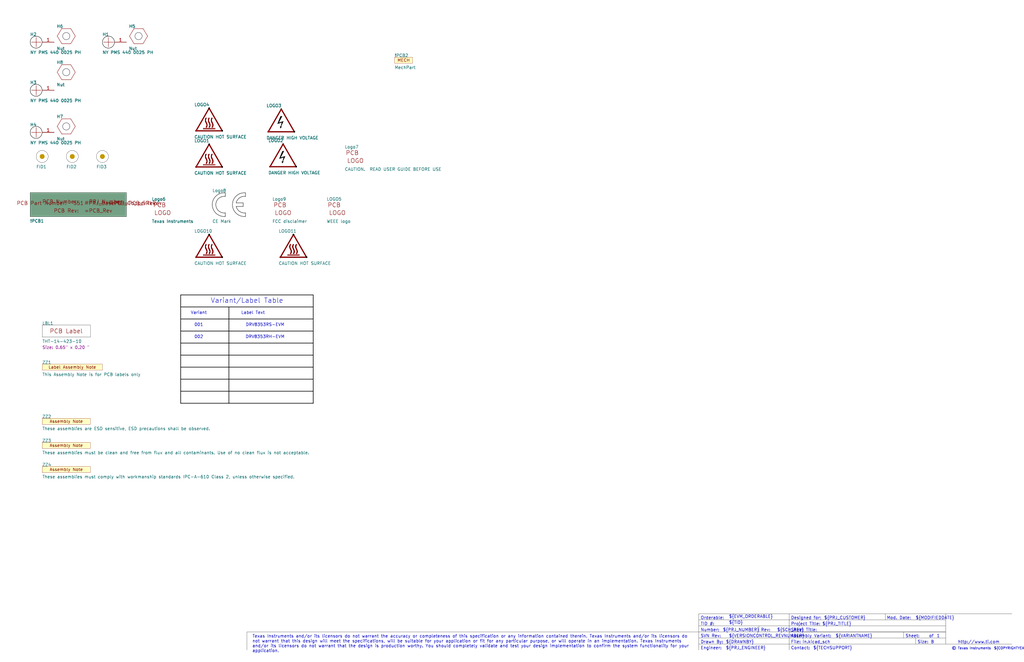
<source format=kicad_sch>
(kicad_sch (version 20250114) (generator "eeschema") (generator_version "9.0")
  (paper "User" 431.8 279.4)
  (title_block (date "Not shown in title block") (rev "Use project parameter SCH_Rev") (company "Not shown in title block"))
  (lib_symbols
    (symbol "Altium Vault - TI:root_0_Assembly Note_Altium Vault - TI" (pin_numbers (hide yes)) (pin_names (hide yes))
      (symbol "root_0_Assembly Note_Altium Vault - TI_1_0"
        (text "Assembly Note" (at 0 0 0) (effects (font (size 1.27 1.27))))
      )
    )
    (symbol "Altium Vault - TI:root_0_AssemblyNoteLabel_Altium Vault - TI" (pin_numbers (hide yes)) (pin_names (hide yes))
      (symbol "root_0_AssemblyNoteLabel_Altium Vault - TI_1_0"
        (text "Label Assembly Note" (at 0 0 0) (effects (font (size 1.27 1.27))))
      )
    )
    (symbol "Altium Vault - TI:root_0_CMP-0003625-1_Altium Vault - TI" (pin_numbers (hide yes)) (pin_names (hide yes))
      (symbol "root_0_CMP-0003625-1_Altium Vault - TI_1_0"
        (text "PCB Label" (at 0 0 0) (effects (font (size 1.778 1.778))))
      )
    )
    (symbol "Altium Vault - TI:root_0_CMP-0074769-1_Altium Vault - TI" (pin_numbers (hide yes)) (pin_names (hide yes))
      (symbol "root_0_CMP-0074769-1_Altium Vault - TI_1_0"
        (text "PCB" (at -1.328 1.524 0) (effects (font (size 1.778 1.778))))
        (text "LOGO" (at 0 -1.778 0) (effects (font (size 1.778 1.778))))
      )
    )
    (symbol "Altium Vault - TI:root_0_CMP-0074835-1_Altium Vault - TI" (pin_numbers (hide yes)) (pin_names (hide yes)))
    (symbol "Altium Vault - TI:root_0_CMP-0074836-1_Altium Vault - TI" (pin_numbers (hide yes)) (pin_names (hide yes))
      (symbol "root_0_CMP-0074836-1_Altium Vault - TI_1_0"
        (text "PCB" (at -1.328 1.524 0) (effects (font (size 1.778 1.778))))
        (text "LOGO" (at 0 -1.778 0) (effects (font (size 1.778 1.778))))
      )
    )
    (symbol "Altium Vault - TI:root_0_CMP-0074837-1_Altium Vault - TI" (pin_numbers (hide yes)) (pin_names (hide yes)))
    (symbol "Altium Vault - TI:root_0_CMP-0074838-1_Altium Vault - TI" (pin_numbers (hide yes)) (pin_names (hide yes))
      (symbol "root_0_CMP-0074838-1_Altium Vault - TI_1_0"
        (text "PCB" (at -1.328 1.524 0) (effects (font (size 1.778 1.778))))
        (text "LOGO" (at 0 -1.778 0) (effects (font (size 1.778 1.778))))
      )
    )
    (symbol "Altium Vault - TI:root_0_CMP-0074844-1_Altium Vault - TI" (pin_numbers (hide yes)) (pin_names (hide yes)))
    (symbol "Altium Vault - TI:root_0_CMP-0074847-1_Altium Vault - TI" (pin_numbers (hide yes)) (pin_names (hide yes))
      (symbol "root_0_CMP-0074847-1_Altium Vault - TI_1_0"
        (text "PCB" (at -1.328 1.524 0) (effects (font (size 1.778 1.778))))
        (text "LOGO" (at 0 -1.778 0) (effects (font (size 1.778 1.778))))
      )
    )
    (symbol "Altium Vault - TI:root_0_CMP-0080604-2_Altium Vault - TI" (pin_numbers (hide yes)) (pin_names (hide yes))
      (symbol "root_0_CMP-0080604-2_Altium Vault - TI_1_0"
        (text "MECH" (at 0 0 0) (effects (font (size 1.27 1.27))))
      )
    )
    (symbol "Altium Vault - TI:root_0_Fiducial_Altium Vault - TI" (pin_numbers (hide yes)) (pin_names (hide yes)))
    (symbol "Altium Vault - TI:root_0_NY PMS 440 0025 PH_Altium Vault - TI" (pin_names (hide yes))
      (symbol "root_0_NY PMS 440 0025 PH_Altium Vault - TI_1_0"
        (pin passive line (at 7.62 0 180) (length 5.08) (name "1") (number "1"))
      )
    )
    (symbol "Altium Vault - TI:root_0_Nut_Altium Vault - TI" (pin_numbers (hide yes)) (pin_names (hide yes)))
    (symbol "Altium Vault - TI:root_0_PCB_Altium Vault - TI_0" (pin_numbers (hide yes)) (pin_names (hide yes))
      (symbol "root_0_PCB_Altium Vault - TI_0_1_0"
        (text "PCB Part Number:" (at -15.392 0.635 0) (effects (font (size 1.524 1.524))))
        (text "PCB Number:" (at -15.24 0.381 0) (effects (font (size 1.524 1.524)) (justify left bottom)))
        (text "PCB Rev:" (at -10.388 -3.429 0) (effects (font (size 1.524 1.524)) (justify left bottom)))
        (text "551" (at -2.21 0.635 0) (effects (font (size 1.524 1.524)) (justify left)))
        (text "=PRJ_BasePN" (at 2.388 0.635 0) (effects (font (size 1.524 1.524)) (justify left)))
        (text "=PRJ_Number" (at 2.54 0.381 0) (effects (font (size 1.524 1.524)) (justify left bottom)))
        (text "=PCB_Rev" (at 2.54 -3.429 0) (effects (font (size 1.524 1.524)) (justify left bottom)))
        (text "-" (at 11.938 0.762 0) (effects (font (size 1.524 1.524)) (justify left)))
        (text "=PCB_CopperRev" (at 12.954 0.635 0) (effects (font (size 1.524 1.524)) (justify left)))
        (text "=PCB_SilkRev" (at 19.279 0.635 0) (effects (font (size 1.524 1.524)) (justify left)))
      )
    )
    (symbol "root_0_Assembly Note_Altium Vault - TI_1" (pin_numbers (hide yes)) (pin_names (hide yes))
      (symbol "root_0_Assembly Note_Altium Vault - TI_1_1_0"
        (text "Assembly Note" (at 0 0 0) (effects (font (size 1.27 1.27))))
      )
    )
    (symbol "root_0_Assembly Note_Altium Vault - TI_2" (pin_numbers (hide yes)) (pin_names (hide yes))
      (symbol "root_0_Assembly Note_Altium Vault - TI_2_1_0"
        (text "Assembly Note" (at 0 0 0) (effects (font (size 1.27 1.27))))
      )
    )
  )
  (text "Project Title:" (at 333.502 264.16 0) (effects (font (size 1.27 1.27)) (justify left bottom)))
  (text "${FILENAME}" (at 338.328 271.78 0) (effects (font (size 1.27 1.27)) (justify left bottom)))
  (text "${TITLE}" (at 345.694 266.7 0) (effects (font (size 1.27 1.27)) (justify left bottom)))
  (text "${COPYRIGHTYEAR}" (at 419.1 274.32 0) (effects (font (size 1.016 1.016)) (justify left bottom)))
  (text "Variant/Label Table" (at 104.14 127 0) (effects (font (size 2.032 2.032))))
  (text "${TID}" (at 307.34 262.89 0) (effects (font (size 1.27 1.27)) (justify left)))
  (text "Variant" (at 83.82 132.08 0) (effects (font (size 1.27 1.27))))
  (text "Engineer:" (at 295.402 274.32 0) (effects (font (size 1.27 1.27)) (justify left bottom)))
  (text "DRV8353RS-EVM" (at 111.76 137.16 0) (effects (font (size 1.27 1.27))))
  (text "${VERSIONCONTROL_REVNUMBER}" (at 307.34 269.24 0) (effects (font (size 1.27 1.27)) (justify left bottom)))
  (text "001" (at 83.82 137.16 0) (effects (font (size 1.27 1.27))))
  (text "© Texas Instruments" (at 401.32 274.32 0) (effects (font (size 1.016 1.016)) (justify left bottom)))
  (text "DRV8353RH-EVM" (at 111.76 142.24 0) (effects (font (size 1.27 1.27))))
  (text "Rev:" (at 320.802 266.7 0) (effects (font (size 1.27 1.27)) (justify left bottom)))
  (text "Sheet:" (at 381.762 269.24 0) (effects (font (size 1.27 1.27)) (justify left bottom)))
  (text "${PRJ_ENGINEER}" (at 306.07 274.32 0) (effects (font (size 1.27 1.27)) (justify left bottom)))
  (text "Orderable:" (at 295.402 261.62 0) (effects (font (size 1.27 1.27)) (justify left bottom)))
  (text "${PRJ_TITLE}" (at 346.71 264.16 0) (effects (font (size 1.27 1.27)) (justify left bottom)))
  (text "${##}" (at 394.97 269.24 0) (effects (font (size 1.27 1.27)) (justify left bottom)))
  (text "of" (at 391.668 269.24 0) (effects (font (size 1.27 1.27)) (justify left bottom)))
  (text "Size:" (at 386.842 271.78 0) (effects (font (size 1.27 1.27)) (justify left bottom)))
  (text "002" (at 83.82 142.24 0) (effects (font (size 1.27 1.27))))
  (text "Drawn By:" (at 295.402 271.78 0) (effects (font (size 1.27 1.27)) (justify left bottom)))
  (text "Label Text" (at 106.68 132.08 0) (effects (font (size 1.27 1.27))))
  (text "${PRJ_NUMBER}" (at 304.8 266.7 0) (effects (font (size 1.27 1.27)) (justify left bottom)))
  (text "http://www.ti.com" (at 403.86 271.78 0) (effects (font (size 1.27 1.27)) (justify left bottom)))
  (text "B" (at 392.43 271.78 0) (effects (font (size 1.27 1.27)) (justify left bottom)))
  (text "Contact:" (at 333.502 274.32 0) (effects (font (size 1.27 1.27)) (justify left bottom)))
  (text "${SCH_REV}" (at 327.66 266.7 0) (effects (font (size 1.27 1.27)) (justify left bottom)))
  (text "Number:" (at 295.402 266.7 0) (effects (font (size 1.27 1.27)) (justify left bottom)))
  (text "${TECHSUPPORT}" (at 342.9 274.32 0) (effects (font (size 1.27 1.27)) (justify left bottom)))
  (text "${EVM_ORDERABLE}" (at 307.34 260.35 0) (effects (font (size 1.27 1.27)) (justify left)))
  (text "${MODIFIEDDATE}" (at 386.08 261.62 0) (effects (font (size 1.27 1.27)) (justify left bottom)))
  (text "Assembly Variant:" (at 333.502 269.24 0) (effects (font (size 1.27 1.27)) (justify left bottom)))
  (text "File:" (at 333.502 271.78 0) (effects (font (size 1.27 1.27)) (justify left bottom)))
  (text "${DRAWNBY}" (at 306.07 271.78 0) (effects (font (size 1.27 1.27)) (justify left bottom)))
  (text "${PRJ_CUSTOMER}" (at 347.472 261.62 0) (effects (font (size 1.27 1.27)) (justify left bottom)))
  (text "${#}" (at 388.62 269.24 0) (effects (font (size 1.27 1.27)) (justify left bottom)))
  (text "${VARIANTNAME}" (at 352.298 269.24 0) (effects (font (size 1.27 1.27)) (justify left bottom)))
  (text "Sheet Title:" (at 333.502 266.7 0) (effects (font (size 1.27 1.27)) (justify left bottom)))
  (text "Designed for:" (at 333.502 261.62 0) (effects (font (size 1.27 1.27)) (justify left bottom)))
  (text "SVN Rev:" (at 295.402 269.24 0) (effects (font (size 1.27 1.27)) (justify left bottom)))
  (text "Mod. Date:" (at 373.888 261.62 0) (effects (font (size 1.27 1.27)) (justify left bottom)))
  (text "TID #:" (at 295.402 264.16 0) (effects (font (size 1.27 1.27)) (justify left bottom)))
  (text_box "Texas Instruments and/or its licensors do not warrant the accuracy or completeness of this specification or any information contained therein. Texas Instruments and/or its licensors do not warrant that this design will meet the specifications, will be suitable for your application or fit for any particular purpose, or will operate in an implementation. Texas Instruments and/or its licensors do not warrant that the design is production worthy. You should completely validate and test your design implementation to confirm the system functionality for your application." (at 293.37 266.7 0) (size -187.96 7.62) (margins 0.9525 0.9525 0.9525 0.9525) (stroke (width -0.0001) (color 0 0 0 1)) (effects (font (size 1.27 1.27)) (justify left top)))
  (polyline (pts (xy 76.2 124.46) (xy 132.08 124.46)) (stroke (width 0.254) (type solid) (color 0 0 0 1)))
  (polyline (pts (xy 294.64 264.16) (xy 332.74 264.16)) (stroke (width 0.0254) (type solid) (color 0 0 0 1)))
  (polyline (pts (xy 332.74 269.24) (xy 294.64 269.24)) (stroke (width 0.0254) (type solid) (color 0 0 0 1)))
  (polyline (pts (xy 332.74 261.62) (xy 398.78 261.62)) (stroke (width 0.0254) (type solid) (color 0 0 0 1)))
  (polyline (pts (xy 426.72 271.78) (xy 332.74 271.78)) (stroke (width 0.0254) (type solid) (color 0 0 0 1)))
  (polyline (pts (xy 132.08 129.54) (xy 132.08 170.18)) (stroke (width 0.254) (type solid) (color 0 0 0 1)))
  (polyline (pts (xy 332.74 266.7) (xy 398.78 266.7)) (stroke (width 0.0254) (type solid) (color 0 0 0 1)))
  (polyline (pts (xy 294.64 259.08) (xy 332.74 259.08)) (stroke (width 0.0254) (type solid) (color 0 0 0 1)))
  (polyline (pts (xy 332.74 264.16) (xy 398.78 264.16)) (stroke (width 0.0254) (type solid) (color 0 0 0 1)))
  (polyline (pts (xy 294.64 266.7) (xy 332.74 266.7)) (stroke (width 0.0254) (type solid) (color 0 0 0 1)))
  (polyline (pts (xy 132.08 149.86) (xy 76.2 149.86)) (stroke (width 0.254) (type solid) (color 0 0 0 1)))
  (polyline (pts (xy 132.08 124.46) (xy 132.08 129.54)) (stroke (width 0.254) (type solid) (color 0 0 0 1)))
  (polyline (pts (xy 398.78 271.78) (xy 398.78 259.08)) (stroke (width 0.0254) (type solid) (color 0 0 0 1)))
  (polyline (pts (xy 76.2 129.54) (xy 76.2 124.46)) (stroke (width 0.254) (type solid) (color 0 0 0 1)))
  (polyline (pts (xy 104.14 266.7) (xy 294.64 266.7)) (stroke (width 0.0254) (type solid) (color 0 0 0 1)))
  (polyline (pts (xy 294.64 271.78) (xy 332.74 271.78)) (stroke (width 0.0254) (type solid) (color 0 0 0 1)))
  (polyline (pts (xy 373.38 259.08) (xy 373.38 261.62)) (stroke (width 0.0254) (type solid) (color 0 0 0 1)))
  (polyline (pts (xy 96.52 129.54) (xy 96.52 170.18)) (stroke (width 0.254) (type solid) (color 0 0 0 1)))
  (polyline (pts (xy 294.64 261.62) (xy 332.74 261.62)) (stroke (width 0.0254) (type solid) (color 0 0 0 1)))
  (polyline (pts (xy 332.74 274.32) (xy 332.74 259.08)) (stroke (width 0.0254) (type solid) (color 0 0 0 1)))
  (polyline (pts (xy 132.08 144.78) (xy 76.2 144.78)) (stroke (width 0.254) (type solid) (color 0 0 0 1)))
  (polyline (pts (xy 320.04 264.16) (xy 320.04 266.7)) (stroke (width 0.0254) (type solid) (color 0 0 0 1)))
  (polyline (pts (xy 381 266.7) (xy 381 269.24)) (stroke (width 0.0254) (type solid) (color 0 0 0 1)))
  (polyline (pts (xy 132.08 134.62) (xy 76.2 134.62)) (stroke (width 0.254) (type solid) (color 0 0 0 1)))
  (polyline (pts (xy 132.08 154.94) (xy 76.2 154.94)) (stroke (width 0.254) (type solid) (color 0 0 0 1)))
  (polyline (pts (xy 132.08 165.1) (xy 76.2 165.1)) (stroke (width 0.254) (type solid) (color 0 0 0 1)))
  (polyline (pts (xy 104.14 266.7) (xy 104.14 274.32)) (stroke (width 0.0254) (type solid) (color 0 0 0 1)))
  (polyline (pts (xy 386.08 269.24) (xy 386.08 271.78)) (stroke (width 0.0254) (type solid) (color 0 0 0 1)))
  (polyline (pts (xy 398.78 269.24) (xy 332.74 269.24)) (stroke (width 0.0254) (type solid) (color 0 0 0 1)))
  (polyline (pts (xy 132.08 170.18) (xy 76.2 170.18)) (stroke (width 0.254) (type solid) (color 0 0 0 1)))
  (polyline (pts (xy 332.74 259.08) (xy 426.72 259.08)) (stroke (width 0.0254) (type solid) (color 0 0 0 1)))
  (polyline (pts (xy 132.08 160.02) (xy 76.2 160.02)) (stroke (width 0.254) (type solid) (color 0 0 0 1)))
  (polyline (pts (xy 294.64 274.32) (xy 294.64 259.08)) (stroke (width 0.0254) (type solid) (color 0 0 0 1)))
  (polyline (pts (xy 132.08 139.7) (xy 76.2 139.7)) (stroke (width 0.254) (type solid) (color 0 0 0 1)))
  (polyline (pts (xy 76.2 129.54) (xy 76.2 170.18)) (stroke (width 0.254) (type solid) (color 0 0 0 1)))
  (polyline (pts (xy 332.74 266.7) (xy 398.78 266.7)) (stroke (width 0.0254) (type solid) (color 0 0 0 1)))
  (polyline (pts (xy 76.2 129.54) (xy 132.08 129.54)) (stroke (width 0.254) (type solid) (color 0 0 0 1)))
  (image (at 412.75 264.3395) (scale 0.322266))
  (symbol (lib_id "Altium Vault - TI:root_0_NY PMS 440 0025 PH_Altium Vault - TI") (at 45.72 17.78 0) (unit 1)
    (property "Reference" "H1" (at 43.18 15.24 0) (effects (justify left bottom)))
    (property "Value" "NY PMS 440 0025 PH" (at 43.18 22.86 0) (effects (justify left bottom)))
    (property "Footprint" "NY PMS 440 0025 PH" (effects (hide yes)))
    (property "Description" "Machine Screw, Round, #4-40 x 1/4, Nylon, Philips panhead" (effects (hide yes)))
    (property "COMPTYPE" "Hardware" (effects (hide yes)))
    (property "MANUFACTURER" "B&F Fastener Supply" (effects (hide yes)))
    (property "MOUNTTYPE" "N/A" (effects (hide yes)))
    (property "ROHS" "Y" (effects (hide yes)))
    (property "PARTNUMBER" "NY PMS 440 0025 PH" (effects (hide yes)))
    (property "PACKAGEREFERENCE" "Screw" (effects (hide yes)))
    (property "COMPONENTLINK1DESCRIPTION" "Datasheet Link" (effects (hide yes)))
    (property "COMPONENTLINK1URL" "http://www.fasnetdirect.com/refguide/Nylpanms.pdf" (effects (hide yes)))
    (property "CLASSNAME" "Mounting Holes" (effects (hide yes)))
    (property "LATESTREVISIONDATE" "2017-03-09" (effects (hide yes)))
    (property "PUBLISHER" "Texas Instruments" (effects (hide yes)))
    (property "SUPPLIER 1" "Digi-Key" (effects (hide yes)))
    (property "SUPPLIER PART NUMBER 1" "H542-ND" (effects (hide yes)))
    (property "KEY" "NY PMS 440 0025 PH" (effects (hide yes)))
  )
  (symbol (lib_id "Altium Vault - TI:root_0_CMP-0074837-1_Altium Vault - TI") (at 88.138 65.786 0) (unit 1)
    (property "Reference" "LOGO1" (at 81.915 60.138 0) (effects (justify left bottom)))
    (property "Value" "CAUTION HOT SURFACE" (at 81.915 73.749 0) (effects (justify left bottom)))
    (property "Footprint" "IEC_HotSurface_Small" (effects (hide yes)))
    (property "Description" "IEC 61010-1 Hot Surface Warning" (effects (hide yes)))
    (property "SYMBOLVERSION" "2011-08-22" (effects (hide yes)))
    (property "SYMBOLCREATOR" "a0412235" (effects (hide yes)))
    (property "PUBLISHED" "2009-03-03" (effects (hide yes)))
    (property "PUBLISHER" "Texas Instruments" (effects (hide yes)))
    (property "LATESTREVISIONDATE" "2017-07-06" (effects (hide yes)))
    (property "LIB REFERENCE" "IEC_HotSurface" (effects (hide yes)))
    (property "PARTNUMBER" "CAUTION HOT SURFACE" (effects (hide yes)))
    (property "LIBRARY REFERENCE" "IEC_HotSurface" (effects (hide yes)))
  )
  (symbol (lib_id "Altium Vault - TI:root_0_CMP-0003625-1_Altium Vault - TI") (at 27.94 139.7 0) (unit 1)
    (property "Reference" "LBL1" (at 17.78 137.16 0) (effects (justify left bottom)))
    (property "Value" "THT-14-423-10" (at 17.78 144.78 0) (effects (justify left bottom)))
    (property "Footprint" "Label_650x200" (effects (hide yes)))
    (property "Description" "Thermal Transfer Printable Labels, 0.650\" W x 0.200\" H - 10,000 per roll" (effects (hide yes)))
    (property "CLASSNAME" "Label" (effects (hide yes)))
    (property "COMPTYPE" "Label" (effects (hide yes)))
    (property "MANUFACTURER" "Brady" (effects (hide yes)))
    (property "PARTNUMBER" "THT-14-423-10" (effects (hide yes)))
    (property "ROHS" "Y" (effects (hide yes)))
    (property "PACKAGEREFERENCE" "PCB Label 0.650 x 0.200 inch" (effects (hide yes)))
    (property "MOUNTTYPE" "N/A" (effects (hide yes)))
    (property "COMPONENTLINK1DESCRIPTION" "Web Page" (effects (hide yes)))
    (property "COMPONENTLINK1URL" "http://www.bradyid.com/bradyid/pdpv/THT-14-423-10.html" (effects (hide yes)))
    (property "NOTE" "Size: 0.65\" x 0.20 \"" (at 17.78 147.32 0) (effects (justify left bottom)))
    (property "PUBLISHER" "Texas Instruments" (effects (hide yes)))
    (property "LATESTREVISIONDATE" "2017-03-09" (effects (hide yes)))
    (property "SUPPLIER 1" "Newark" (effects (hide yes)))
    (property "SUPPLIER PART NUMBER 1" "97C5133" (effects (hide yes)))
    (property "SUPPLIER 2" "Farnell" (effects (hide yes)))
    (property "SUPPLIER PART NUMBER 2" "2065596" (effects (hide yes)))
    (property "KEY" "THT-14-423-10" (effects (hide yes)))
  )
  (symbol (lib_id "Altium Vault - TI:root_0_CMP-0074835-1_Altium Vault - TI") (at 119.38 65.532 0) (unit 1)
    (property "Reference" "LOGO2" (at 113.106 60.037 0) (effects (justify left bottom)))
    (property "Value" "DANGER HIGH VOLTAGE" (at 113.106 73.647 0) (effects (justify left bottom)))
    (property "Footprint" "IEC_HighVoltage_Small" (effects (hide yes)))
    (property "Description" "IEC 61010-1 High Voltage Warning" (effects (hide yes)))
    (property "SYMBOLVERSION" "2011-08-22" (effects (hide yes)))
    (property "SYMBOLCREATOR" "a0412235" (effects (hide yes)))
    (property "PUBLISHED" "2009-03-03" (effects (hide yes)))
    (property "PUBLISHER" "Texas Instruments" (effects (hide yes)))
    (property "LATESTREVISIONDATE" "2017-07-06" (effects (hide yes)))
    (property "LIB REFERENCE" "IEC_HighVoltage" (effects (hide yes)))
    (property "PARTNUMBER" "DANGER HIGH VOLTAGE" (effects (hide yes)))
    (property "LIBRARY REFERENCE" "IEC_HighVoltage" (effects (hide yes)))
  )
  (symbol (lib_id "Altium Vault - TI:root_0_Nut_Altium Vault - TI") (at 27.94 53.34 0) (unit 1)
    (property "Reference" "H7" (at 23.876 49.911 0) (effects (justify left bottom)))
    (property "Value" "Nut" (at 23.876 59.309 0) (effects (justify left bottom)))
    (property "Footprint" "Keystone_1902C" (effects (hide yes)))
    (property "Description" "Standoff, Hex, 0.5\"L #4-40 Nylon" (effects (hide yes)))
    (property "COMPTYPE" "Hardware" (effects (hide yes)))
    (property "MANUFACTURER" "Keystone" (effects (hide yes)))
    (property "MOUNTTYPE" "N/A" (effects (hide yes)))
    (property "ROHS" "Y" (effects (hide yes)))
    (property "PARTNUMBER" "1902C" (effects (hide yes)))
    (property "PACKAGEREFERENCE" "Standoff" (effects (hide yes)))
    (property "COMPONENTLINK1DESCRIPTION" "Datasheet Link" (effects (hide yes)))
    (property "COMPONENTLINK1URL" "http://www.keyelco.com/pdfs/M55-prod31.pdf" (effects (hide yes)))
    (property "LATESTREVISIONDATE" "2017-03-09" (effects (hide yes)))
    (property "PUBLISHER" "Texas Instruments" (effects (hide yes)))
    (property "SUPPLIER 1" "Digi-Key" (effects (hide yes)))
    (property "SUPPLIER PART NUMBER 1" "36-1902C-ND" (effects (hide yes)))
    (property "KEY" "1902C" (effects (hide yes)))
  )
  (symbol (lib_id "Altium Vault - TI:root_0_Fiducial_Altium Vault - TI") (at 30.48 66.04 0) (unit 1)
    (property "Reference" "FID2" (at 27.94 71.12 0) (effects (justify left bottom)))
    (property "Value" "Fiducial" (effects (hide yes)))
    (property "Footprint" "Fiducial10-20" (effects (hide yes)))
    (property "Description" "Fiducial mark.  There is nothing to buy or mount." (effects (hide yes)))
    (property "COMPTYPE" "Fiducial" (effects (hide yes)))
    (property "MANUFACTURER" "N/A" (effects (hide yes)))
    (property "MOUNTTYPE" "N/A" (effects (hide yes)))
    (property "PACKAGEREFERENCE" "N/A" (effects (hide yes)))
    (property "PARTNUMBER" "N/A" (effects (hide yes)))
    (property "CLASSNAME" "FiducialMark" (effects (hide yes)))
    (property "LIBRARY REFERENCE" "Fiducial" (effects (hide yes)))
  )
  (symbol (lib_id "Altium Vault - TI:root_0_CMP-0074844-1_Altium Vault - TI") (at 96.52 86.36 0) (unit 1)
    (property "Reference" "Logo8" (at 89.52 81.131 0) (effects (justify left bottom)))
    (property "Value" "CE Mark" (at 89.52 94.129 0) (effects (justify left bottom)))
    (property "Footprint" "CE_Mark_5mm" (effects (hide yes)))
    (property "Description" "CE Mark" (effects (hide yes)))
    (property "SYMBOLCREATOR" "a0412235" (effects (hide yes)))
    (property "PUBLISHED" "2009-03-03" (effects (hide yes)))
    (property "PUBLISHER" "Texas Instruments" (effects (hide yes)))
    (property "LATESTREVISIONDATE" "2017-07-06" (effects (hide yes)))
    (property "LIB REFERENCE" "CE Mark" (effects (hide yes)))
    (property "PARTNUMBER" "CE Mark" (effects (hide yes)))
    (property "LIBRARY REFERENCE" "CE Mark" (effects (hide yes)))
  )
  (symbol (lib_id "Altium Vault - TI:root_0_CMP-0074769-1_Altium Vault - TI") (at 142.24 88.033 0) (unit 1)
    (property "Reference" "LOGO5" (at 137.713 84.731 0) (effects (justify left bottom)))
    (property "Value" "WEEE logo" (at 137.713 94.129 0) (effects (justify left bottom)))
    (property "Footprint" "WEEE_Minimum" (effects (hide yes)))
    (property "Description" "WEEE logo" (effects (hide yes)))
    (property "LIBRARY REFERENCE" "WEEE logo" (effects (hide yes)))
    (property "LIB REFERENCE" "WEEE logo" (effects (hide yes)))
    (property "PARTNUMBER" "WEEE logo" (effects (hide yes)))
  )
  (symbol (lib_id "Altium Vault - TI:root_0_Fiducial_Altium Vault - TI") (at 17.78 66.04 0) (unit 1)
    (property "Reference" "FID1" (at 15.24 71.12 0) (effects (justify left bottom)))
    (property "Value" "Fiducial" (effects (hide yes)))
    (property "Footprint" "Fiducial10-20" (effects (hide yes)))
    (property "Description" "Fiducial mark.  There is nothing to buy or mount." (effects (hide yes)))
    (property "COMPTYPE" "Fiducial" (effects (hide yes)))
    (property "MANUFACTURER" "N/A" (effects (hide yes)))
    (property "MOUNTTYPE" "N/A" (effects (hide yes)))
    (property "PACKAGEREFERENCE" "N/A" (effects (hide yes)))
    (property "PARTNUMBER" "N/A" (effects (hide yes)))
    (property "CLASSNAME" "FiducialMark" (effects (hide yes)))
    (property "LIBRARY REFERENCE" "Fiducial" (effects (hide yes)))
  )
  (symbol (lib_id "Altium Vault - TI:root_0_NY PMS 440 0025 PH_Altium Vault - TI") (at 15.24 55.88 0) (unit 1)
    (property "Reference" "H4" (at 12.7 53.34 0) (effects (justify left bottom)))
    (property "Value" "NY PMS 440 0025 PH" (at 12.7 60.96 0) (effects (justify left bottom)))
    (property "Footprint" "NY PMS 440 0025 PH" (effects (hide yes)))
    (property "Description" "Machine Screw, Round, #4-40 x 1/4, Nylon, Philips panhead" (effects (hide yes)))
    (property "COMPTYPE" "Hardware" (effects (hide yes)))
    (property "MANUFACTURER" "B&F Fastener Supply" (effects (hide yes)))
    (property "MOUNTTYPE" "N/A" (effects (hide yes)))
    (property "ROHS" "Y" (effects (hide yes)))
    (property "PARTNUMBER" "NY PMS 440 0025 PH" (effects (hide yes)))
    (property "PACKAGEREFERENCE" "Screw" (effects (hide yes)))
    (property "COMPONENTLINK1DESCRIPTION" "Datasheet Link" (effects (hide yes)))
    (property "COMPONENTLINK1URL" "http://www.fasnetdirect.com/refguide/Nylpanms.pdf" (effects (hide yes)))
    (property "CLASSNAME" "Mounting Holes" (effects (hide yes)))
    (property "LATESTREVISIONDATE" "2017-03-09" (effects (hide yes)))
    (property "PUBLISHER" "Texas Instruments" (effects (hide yes)))
    (property "SUPPLIER 1" "Digi-Key" (effects (hide yes)))
    (property "SUPPLIER PART NUMBER 1" "H542-ND" (effects (hide yes)))
    (property "KEY" "NY PMS 440 0025 PH" (effects (hide yes)))
  )
  (symbol (lib_name "root_0_Assembly Note_Altium Vault - TI_1") (lib_id "Altium Vault - TI:root_0_Assembly Note_Altium Vault - TI") (at 27.94 187.96 0) (unit 1)
    (property "Reference" "ZZ3" (at 17.78 186.69 0) (effects (justify left bottom)))
    (property "Value" "These assemblies must be clean and free from flux and all contaminants. Use of no clean flux is not acceptable." (at 17.78 191.77 0) (effects (justify left bottom)))
    (property "Footprint" "AssemblyNote" (effects (hide yes)))
    (property "Description" "These assemblies must be clean and free from flux and all contaminants. Use of no clean flux is not acceptable." (effects (hide yes)))
    (property "COMPTYPE" "AssemblyNote" (effects (hide yes)))
    (property "CLASSNAME" "AssemblyNote" (effects (hide yes)))
    (property "PUBLISHER" "Texas Instruments" (effects (hide yes)))
    (property "LATESTREVISIONDATE" "2017-08-10" (effects (hide yes)))
    (property "KEY" "AssemblyNote" (effects (hide yes)))
  )
  (symbol (lib_id "Altium Vault - TI:root_0_Fiducial_Altium Vault - TI") (at 43.18 66.04 0) (unit 1)
    (property "Reference" "FID3" (at 40.64 71.12 0) (effects (justify left bottom)))
    (property "Value" "Fiducial" (effects (hide yes)))
    (property "Footprint" "Fiducial10-20" (effects (hide yes)))
    (property "Description" "Fiducial mark.  There is nothing to buy or mount." (effects (hide yes)))
    (property "COMPTYPE" "Fiducial" (effects (hide yes)))
    (property "MANUFACTURER" "N/A" (effects (hide yes)))
    (property "MOUNTTYPE" "N/A" (effects (hide yes)))
    (property "PACKAGEREFERENCE" "N/A" (effects (hide yes)))
    (property "PARTNUMBER" "N/A" (effects (hide yes)))
    (property "CLASSNAME" "FiducialMark" (effects (hide yes)))
    (property "LIBRARY REFERENCE" "Fiducial" (effects (hide yes)))
  )
  (symbol (lib_id "Altium Vault - TI:root_0_Nut_Altium Vault - TI") (at 58.42 15.24 0) (unit 1)
    (property "Reference" "H5" (at 54.356 11.811 0) (effects (justify left bottom)))
    (property "Value" "Nut" (at 54.356 21.209 0) (effects (justify left bottom)))
    (property "Footprint" "Keystone_1902C" (effects (hide yes)))
    (property "Description" "Standoff, Hex, 0.5\"L #4-40 Nylon" (effects (hide yes)))
    (property "COMPTYPE" "Hardware" (effects (hide yes)))
    (property "MANUFACTURER" "Keystone" (effects (hide yes)))
    (property "MOUNTTYPE" "N/A" (effects (hide yes)))
    (property "ROHS" "Y" (effects (hide yes)))
    (property "PARTNUMBER" "1902C" (effects (hide yes)))
    (property "PACKAGEREFERENCE" "Standoff" (effects (hide yes)))
    (property "COMPONENTLINK1DESCRIPTION" "Datasheet Link" (effects (hide yes)))
    (property "COMPONENTLINK1URL" "http://www.keyelco.com/pdfs/M55-prod31.pdf" (effects (hide yes)))
    (property "LATESTREVISIONDATE" "2017-03-09" (effects (hide yes)))
    (property "PUBLISHER" "Texas Instruments" (effects (hide yes)))
    (property "SUPPLIER 1" "Digi-Key" (effects (hide yes)))
    (property "SUPPLIER PART NUMBER 1" "36-1902C-ND" (effects (hide yes)))
    (property "KEY" "1902C" (effects (hide yes)))
  )
  (symbol (lib_id "Altium Vault - TI:root_0_CMP-0074847-1_Altium Vault - TI") (at 119.38 88.033 0) (unit 1)
    (property "Reference" "Logo9" (at 114.78 84.731 0) (effects (justify left bottom)))
    (property "Value" "FCC disclaimer" (at 114.78 94.129 0) (effects (justify left bottom)))
    (property "Footprint" "FCC_disclaimer" (effects (hide yes)))
    (property "Description" "FCC_disclaimer" (effects (hide yes)))
    (property "PUBLISHED" "2009-03-03" (effects (hide yes)))
    (property "PUBLISHER" "Texas Instruments" (effects (hide yes)))
    (property "LATESTREVISIONDATE" "2017-07-06" (effects (hide yes)))
    (property "LIB REFERENCE" "FCC_disclaimer" (effects (hide yes)))
    (property "PARTNUMBER" "FCC disclaimer" (effects (hide yes)))
    (property "LIBRARY REFERENCE" "Logo" (effects (hide yes)))
  )
  (symbol (lib_id "Altium Vault - TI:root_0_NY PMS 440 0025 PH_Altium Vault - TI") (at 15.24 38.1 0) (unit 1)
    (property "Reference" "H3" (at 12.7 35.56 0) (effects (justify left bottom)))
    (property "Value" "NY PMS 440 0025 PH" (at 12.7 43.18 0) (effects (justify left bottom)))
    (property "Footprint" "NY PMS 440 0025 PH" (effects (hide yes)))
    (property "Description" "Machine Screw, Round, #4-40 x 1/4, Nylon, Philips panhead" (effects (hide yes)))
    (property "COMPTYPE" "Hardware" (effects (hide yes)))
    (property "MANUFACTURER" "B&F Fastener Supply" (effects (hide yes)))
    (property "MOUNTTYPE" "N/A" (effects (hide yes)))
    (property "ROHS" "Y" (effects (hide yes)))
    (property "PARTNUMBER" "NY PMS 440 0025 PH" (effects (hide yes)))
    (property "PACKAGEREFERENCE" "Screw" (effects (hide yes)))
    (property "COMPONENTLINK1DESCRIPTION" "Datasheet Link" (effects (hide yes)))
    (property "COMPONENTLINK1URL" "http://www.fasnetdirect.com/refguide/Nylpanms.pdf" (effects (hide yes)))
    (property "CLASSNAME" "Mounting Holes" (effects (hide yes)))
    (property "LATESTREVISIONDATE" "2017-03-09" (effects (hide yes)))
    (property "PUBLISHER" "Texas Instruments" (effects (hide yes)))
    (property "SUPPLIER 1" "Digi-Key" (effects (hide yes)))
    (property "SUPPLIER PART NUMBER 1" "H542-ND" (effects (hide yes)))
    (property "KEY" "NY PMS 440 0025 PH" (effects (hide yes)))
  )
  (symbol (lib_name "root_0_Assembly Note_Altium Vault - TI_2") (lib_id "Altium Vault - TI:root_0_Assembly Note_Altium Vault - TI") (at 27.94 198.12 0) (unit 1)
    (property "Reference" "ZZ4" (at 17.78 196.85 0) (effects (justify left bottom)))
    (property "Value" "These assemblies must comply with workmanship standards IPC-A-610 Class 2, unless otherwise specified." (at 17.78 201.93 0) (effects (justify left bottom)))
    (property "Footprint" "AssemblyNote" (effects (hide yes)))
    (property "Description" "These assemblies must comply with workmanship standards IPC-A-610 Class 2, unless otherwise specified." (effects (hide yes)))
    (property "COMPTYPE" "AssemblyNote" (effects (hide yes)))
    (property "CLASSNAME" "AssemblyNote" (effects (hide yes)))
    (property "PUBLISHER" "Texas Instruments" (effects (hide yes)))
    (property "LATESTREVISIONDATE" "2017-08-10" (effects (hide yes)))
    (property "KEY" "AssemblyNote" (effects (hide yes)))
  )
  (symbol (lib_id "Altium Vault - TI:root_0_CMP-0074837-1_Altium Vault - TI") (at 88.138 103.886 0) (unit 1)
    (property "Reference" "LOGO10" (at 81.915 98.238 0) (effects (justify left bottom)))
    (property "Value" "CAUTION HOT SURFACE" (at 81.915 111.849 0) (effects (justify left bottom)))
    (property "Footprint" "IEC_HotSurface_Small" (effects (hide yes)))
    (property "Description" "IEC 61010-1 Hot Surface Warning" (effects (hide yes)))
    (property "SYMBOLVERSION" "2011-08-22" (effects (hide yes)))
    (property "SYMBOLCREATOR" "a0412235" (effects (hide yes)))
    (property "PUBLISHED" "2009-03-03" (effects (hide yes)))
    (property "PUBLISHER" "Texas Instruments" (effects (hide yes)))
    (property "LATESTREVISIONDATE" "2017-07-06" (effects (hide yes)))
    (property "LIB REFERENCE" "IEC_HotSurface" (effects (hide yes)))
    (property "PARTNUMBER" "CAUTION HOT SURFACE" (effects (hide yes)))
    (property "LIBRARY REFERENCE" "IEC_HotSurface" (effects (hide yes)))
  )
  (symbol (lib_id "Altium Vault - TI:root_0_CMP-0074836-1_Altium Vault - TI") (at 149.86 66.04 0) (unit 1)
    (property "Reference" "Logo7" (at 145.333 62.738 0) (effects (justify left bottom)))
    (property "Value" "CAUTION.  READ USER GUIDE BEFORE USE" (at 145.333 72.136 0) (effects (justify left bottom)))
    (property "Footprint" "IEC_Caution_Small" (effects (hide yes)))
    (property "Description" "IEC 61010-1 Caution Warning" (effects (hide yes)))
    (property "LIBRARY REFERENCE" "Logo" (effects (hide yes)))
    (property "PUBLISHER" "Texas Instruments" (effects (hide yes)))
    (property "SYMBOLCREATOR" "a0412235" (effects (hide yes)))
    (property "SYMBOLVERSION" "2011-08-22" (effects (hide yes)))
    (property "PUBLISHED" "2009-03-03" (effects (hide yes)))
    (property "LIB REFERENCE" "IEC_Caution" (effects (hide yes)))
    (property "LATESTREVISIONDATE" "2017-07-06" (effects (hide yes)))
    (property "PARTNUMBER" "CAUTION.  READ USER GUIDE BEFORE USE" (effects (hide yes)))
  )
  (symbol (lib_id "Altium Vault - TI:root_0_PCB_Altium Vault - TI_0") (at 33.02 86.36 0) (unit 1)
    (property "Reference" "!PCB1" (at 12.7 93.98 0) (effects (justify left bottom)))
    (property "Value" "Printed Circuit Board" (effects (hide yes)))
    (property "Description" "Printed Circuit Board" (effects (hide yes)))
    (property "COMPTYPE" "PCB" (effects (hide yes)))
    (property "MANUFACTURER" "Any" (effects (hide yes)))
    (property "PARTNUMBER" "${PRJ_NUMBER}" (effects (hide yes)))
    (property "ROHS" "O" (effects (hide yes)))
    (property "MOUNTTYPE" "N/A" (effects (hide yes)))
    (property "PUBLISHER" "Texas Instruments" (effects (hide yes)))
    (property "LATESTREVISIONDATE" "2017-03-09" (effects (hide yes)))
    (property "KEY" "PCB" (effects (hide yes)))
  )
  (symbol (lib_id "Altium Vault - TI:root_0_AssemblyNoteLabel_Altium Vault - TI") (at 30.48 154.94 0) (unit 1)
    (property "Reference" "ZZ1" (at 17.78 153.67 0) (effects (justify left bottom)))
    (property "Value" "This Assembly Note is for PCB labels only" (at 17.78 158.75 0) (effects (justify left bottom)))
    (property "Footprint" "AssemblyNoteLabel" (effects (hide yes)))
    (property "Description" "This Assembly Note is for PCB labels only" (effects (hide yes)))
    (property "COMPTYPE" "AssemblyNote" (effects (hide yes)))
    (property "CLASSNAME" "AssemblyNote" (effects (hide yes)))
    (property "PUBLISHER" "Texas Instruments" (effects (hide yes)))
    (property "LATESTREVISIONDATE" "2017-03-09" (effects (hide yes)))
    (property "KEY" "AssemblyNoteLabel" (effects (hide yes)))
  )
  (symbol (lib_id "Altium Vault - TI:root_0_NY PMS 440 0025 PH_Altium Vault - TI") (at 15.24 17.78 0) (unit 1)
    (property "Reference" "H2" (at 12.7 15.24 0) (effects (justify left bottom)))
    (property "Value" "NY PMS 440 0025 PH" (at 12.7 22.86 0) (effects (justify left bottom)))
    (property "Footprint" "NY PMS 440 0025 PH" (effects (hide yes)))
    (property "Description" "Machine Screw, Round, #4-40 x 1/4, Nylon, Philips panhead" (effects (hide yes)))
    (property "COMPTYPE" "Hardware" (effects (hide yes)))
    (property "MANUFACTURER" "B&F Fastener Supply" (effects (hide yes)))
    (property "MOUNTTYPE" "N/A" (effects (hide yes)))
    (property "ROHS" "Y" (effects (hide yes)))
    (property "PARTNUMBER" "NY PMS 440 0025 PH" (effects (hide yes)))
    (property "PACKAGEREFERENCE" "Screw" (effects (hide yes)))
    (property "COMPONENTLINK1DESCRIPTION" "Datasheet Link" (effects (hide yes)))
    (property "COMPONENTLINK1URL" "http://www.fasnetdirect.com/refguide/Nylpanms.pdf" (effects (hide yes)))
    (property "CLASSNAME" "Mounting Holes" (effects (hide yes)))
    (property "LATESTREVISIONDATE" "2017-03-09" (effects (hide yes)))
    (property "PUBLISHER" "Texas Instruments" (effects (hide yes)))
    (property "SUPPLIER 1" "Digi-Key" (effects (hide yes)))
    (property "SUPPLIER PART NUMBER 1" "H542-ND" (effects (hide yes)))
    (property "KEY" "NY PMS 440 0025 PH" (effects (hide yes)))
  )
  (symbol (lib_id "Altium Vault - TI:root_0_CMP-0074837-1_Altium Vault - TI") (at 123.698 103.886 0) (unit 1)
    (property "Reference" "LOGO11" (at 117.475 98.238 0) (effects (justify left bottom)))
    (property "Value" "CAUTION HOT SURFACE" (at 117.475 111.849 0) (effects (justify left bottom)))
    (property "Footprint" "IEC_HotSurface_Small" (effects (hide yes)))
    (property "Description" "IEC 61010-1 Hot Surface Warning" (effects (hide yes)))
    (property "SYMBOLVERSION" "2011-08-22" (effects (hide yes)))
    (property "SYMBOLCREATOR" "a0412235" (effects (hide yes)))
    (property "PUBLISHED" "2009-03-03" (effects (hide yes)))
    (property "PUBLISHER" "Texas Instruments" (effects (hide yes)))
    (property "LATESTREVISIONDATE" "2017-07-06" (effects (hide yes)))
    (property "LIB REFERENCE" "IEC_HotSurface" (effects (hide yes)))
    (property "PARTNUMBER" "CAUTION HOT SURFACE" (effects (hide yes)))
    (property "LIBRARY REFERENCE" "IEC_HotSurface" (effects (hide yes)))
  )
  (symbol (lib_id "Altium Vault - TI:root_0_CMP-0074835-1_Altium Vault - TI") (at 118.618 50.8 0) (unit 1)
    (property "Reference" "LOGO3" (at 112.344 45.305 0) (effects (justify left bottom)))
    (property "Value" "DANGER HIGH VOLTAGE" (at 112.344 58.915 0) (effects (justify left bottom)))
    (property "Footprint" "IEC_HighVoltage_Small" (effects (hide yes)))
    (property "Description" "IEC 61010-1 High Voltage Warning" (effects (hide yes)))
    (property "SYMBOLVERSION" "2011-08-22" (effects (hide yes)))
    (property "SYMBOLCREATOR" "a0412235" (effects (hide yes)))
    (property "PUBLISHED" "2009-03-03" (effects (hide yes)))
    (property "PUBLISHER" "Texas Instruments" (effects (hide yes)))
    (property "LATESTREVISIONDATE" "2017-07-06" (effects (hide yes)))
    (property "LIB REFERENCE" "IEC_HighVoltage" (effects (hide yes)))
    (property "PARTNUMBER" "DANGER HIGH VOLTAGE" (effects (hide yes)))
    (property "LIBRARY REFERENCE" "IEC_HighVoltage" (effects (hide yes)))
  )
  (symbol (lib_id "Altium Vault - TI:root_0_CMP-0074837-1_Altium Vault - TI") (at 88.138 50.546 0) (unit 1)
    (property "Reference" "LOGO4" (at 81.915 44.898 0) (effects (justify left bottom)))
    (property "Value" "CAUTION HOT SURFACE" (at 81.915 58.509 0) (effects (justify left bottom)))
    (property "Footprint" "IEC_HotSurface_Small" (effects (hide yes)))
    (property "Description" "IEC 61010-1 Hot Surface Warning" (effects (hide yes)))
    (property "SYMBOLVERSION" "2011-08-22" (effects (hide yes)))
    (property "SYMBOLCREATOR" "a0412235" (effects (hide yes)))
    (property "PUBLISHED" "2009-03-03" (effects (hide yes)))
    (property "PUBLISHER" "Texas Instruments" (effects (hide yes)))
    (property "LATESTREVISIONDATE" "2017-07-06" (effects (hide yes)))
    (property "LIB REFERENCE" "IEC_HotSurface" (effects (hide yes)))
    (property "PARTNUMBER" "CAUTION HOT SURFACE" (effects (hide yes)))
    (property "LIBRARY REFERENCE" "IEC_HotSurface" (effects (hide yes)))
  )
  (symbol (lib_id "Altium Vault - TI:root_0_CMP-0074838-1_Altium Vault - TI") (at 68.58 88.033 0) (unit 1)
    (property "Reference" "Logo6" (at 63.98 84.731 0) (effects (justify left bottom)))
    (property "Value" "Texas Instruments" (at 63.98 94.129 0) (effects (justify left bottom)))
    (property "Footprint" "TI_Stacked_Overlay_Small" (effects (hide yes)))
    (property "Description" "Texas Instrument Corporate Signature" (effects (hide yes)))
    (property "SYMBOLVERSION" "2011-08-22" (effects (hide yes)))
    (property "SYMBOLCREATOR" "a0412235" (effects (hide yes)))
    (property "PUBLISHED" "2009-03-03" (effects (hide yes)))
    (property "PUBLISHER" "Texas Instruments" (effects (hide yes)))
    (property "CLASSNAME" "Logo" (effects (hide yes)))
    (property "LATESTREVISIONDATE" "2017-07-06" (effects (hide yes)))
    (property "LIB REFERENCE" "TI_Logo" (effects (hide yes)))
    (property "PARTNUMBER" "Texas Instruments" (effects (hide yes)))
    (property "LIBRARY REFERENCE" "Logo" (effects (hide yes)))
  )
  (symbol (lib_id "Altium Vault - TI:root_0_Assembly Note_Altium Vault - TI") (at 27.94 177.8 0) (unit 1)
    (property "Reference" "ZZ2" (at 17.78 176.53 0) (effects (justify left bottom)))
    (property "Value" "These assemblies are ESD sensitive, ESD precautions shall be observed." (at 17.78 181.61 0) (effects (justify left bottom)))
    (property "Footprint" "AssemblyNote" (effects (hide yes)))
    (property "Description" "These assemblies are ESD sensitive, ESD precautions shall be observed." (effects (hide yes)))
    (property "COMPTYPE" "AssemblyNote" (effects (hide yes)))
    (property "CLASSNAME" "AssemblyNote" (effects (hide yes)))
    (property "PUBLISHER" "Texas Instruments" (effects (hide yes)))
    (property "LATESTREVISIONDATE" "2017-08-10" (effects (hide yes)))
    (property "KEY" "AssemblyNote" (effects (hide yes)))
  )
  (symbol (lib_id "Altium Vault - TI:root_0_Nut_Altium Vault - TI") (at 27.94 15.24 0) (unit 1)
    (property "Reference" "H6" (at 23.876 11.811 0) (effects (justify left bottom)))
    (property "Value" "Nut" (at 23.876 21.209 0) (effects (justify left bottom)))
    (property "Footprint" "Keystone_1902C" (effects (hide yes)))
    (property "Description" "Standoff, Hex, 0.5\"L #4-40 Nylon" (effects (hide yes)))
    (property "COMPTYPE" "Hardware" (effects (hide yes)))
    (property "MANUFACTURER" "Keystone" (effects (hide yes)))
    (property "MOUNTTYPE" "N/A" (effects (hide yes)))
    (property "ROHS" "Y" (effects (hide yes)))
    (property "PARTNUMBER" "1902C" (effects (hide yes)))
    (property "PACKAGEREFERENCE" "Standoff" (effects (hide yes)))
    (property "COMPONENTLINK1DESCRIPTION" "Datasheet Link" (effects (hide yes)))
    (property "COMPONENTLINK1URL" "http://www.keyelco.com/pdfs/M55-prod31.pdf" (effects (hide yes)))
    (property "LATESTREVISIONDATE" "2017-03-09" (effects (hide yes)))
    (property "PUBLISHER" "Texas Instruments" (effects (hide yes)))
    (property "SUPPLIER 1" "Digi-Key" (effects (hide yes)))
    (property "SUPPLIER PART NUMBER 1" "36-1902C-ND" (effects (hide yes)))
    (property "KEY" "1902C" (effects (hide yes)))
  )
  (symbol (lib_id "Altium Vault - TI:root_0_CMP-0080604-2_Altium Vault - TI") (at 170.18 25.4 0) (unit 1)
    (property "Reference" "!PCB2" (at 166.37 24.13 0) (effects (justify left bottom)))
    (property "Value" "MechPart" (at 166.37 29.21 0) (effects (justify left bottom)))
    (property "Description" "Partner board for MD016  Kitting item" (effects (hide yes)))
    (property "COMPONENTLINK1URL" "Paste URL for datasheet here" (effects (hide yes)))
    (property "COMPTYPE" "Mechanical" (effects (hide yes)))
    (property "ROHS" "Used in BOM report" (effects (hide yes)))
    (property "MANUFACTURER" "Any" (effects (hide yes)))
    (property "COMPONENTLINK1DESCRIPTION" "Datasheet Link" (effects (hide yes)))
    (property "PARTNUMBER" "MD017" (effects (hide yes)))
    (property "DISCRIPTION" "Partner board for MD016  Kitting item" (effects (hide yes)))
  )
  (symbol (lib_id "Altium Vault - TI:root_0_Nut_Altium Vault - TI") (at 27.94 30.48 0) (unit 1)
    (property "Reference" "H8" (at 23.876 27.051 0) (effects (justify left bottom)))
    (property "Value" "Nut" (at 23.876 36.449 0) (effects (justify left bottom)))
    (property "Footprint" "Keystone_1902C" (effects (hide yes)))
    (property "Description" "Standoff, Hex, 0.5\"L #4-40 Nylon" (effects (hide yes)))
    (property "COMPTYPE" "Hardware" (effects (hide yes)))
    (property "MANUFACTURER" "Keystone" (effects (hide yes)))
    (property "MOUNTTYPE" "N/A" (effects (hide yes)))
    (property "ROHS" "Y" (effects (hide yes)))
    (property "PARTNUMBER" "1902C" (effects (hide yes)))
    (property "PACKAGEREFERENCE" "Standoff" (effects (hide yes)))
    (property "COMPONENTLINK1DESCRIPTION" "Datasheet Link" (effects (hide yes)))
    (property "COMPONENTLINK1URL" "http://www.keyelco.com/pdfs/M55-prod31.pdf" (effects (hide yes)))
    (property "LATESTREVISIONDATE" "2017-03-09" (effects (hide yes)))
    (property "PUBLISHER" "Texas Instruments" (effects (hide yes)))
    (property "SUPPLIER 1" "Digi-Key" (effects (hide yes)))
    (property "SUPPLIER PART NUMBER 1" "36-1902C-ND" (effects (hide yes)))
    (property "KEY" "1902C" (effects (hide yes)))
  )
)
</source>
